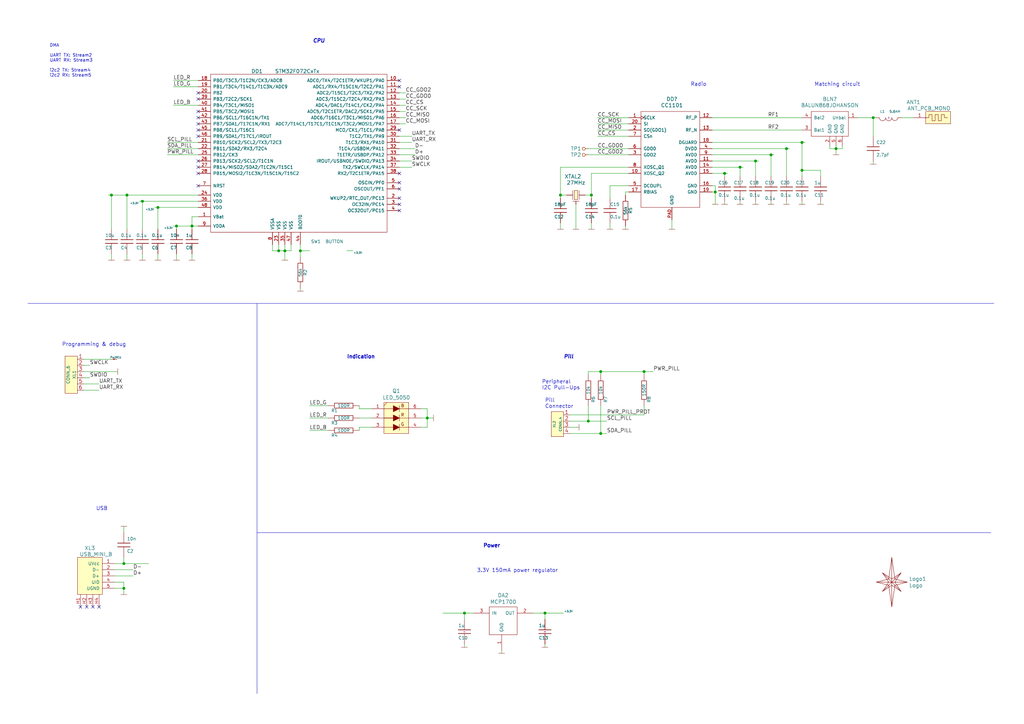
<source format=kicad_sch>
(kicad_sch (version 20200828) (generator eeschema)
  (page 1 1)
  (paper "A3")
  (title_block (date "23 nov 2014"))
  (lib_symbols
    (symbol "Antennas_kl:ANT_PCB_MONO" (pin_names (offset 1.016))
      (property "Reference" "ANT" (at -5.08 6.35 0))
      (property "Value" "ANT_PCB_MONO" (at 1.27 3.81 0))
      (symbol "ANT_PCB_MONO_0_1"
        (rectangle (start 0 2.54) (end 10.16 -2.54) (fill (type background)))
        (polyline (pts (xy 0 0) (xy 1.27 0) (xy 1.27 1.27) (xy 2.54 1.27) (xy 2.54 -1.27) (xy 3.81 -1.27) (xy 3.81 1.27) (xy 5.08 1.27) (xy 5.08 -1.27) (xy 6.35 -1.27) (xy 6.35 1.27) (xy 7.62 1.27) (xy 7.62 0) (xy 8.89 0) (xy 8.89 0)))
      )
      (symbol "ANT_PCB_MONO_1_1"
        (pin passive line (at -5.08 0 0) (length 5.08) (name "~") (number "1"))
      )
    )
    (symbol "Connectors_kl:CONN_4" (pin_names (offset 1.016) hide)
      (property "Reference" "XL" (at -1.27 0 90))
      (property "Value" "CONN_4" (at 1.27 0 90))
      (symbol "CONN_4_0_1"
        (rectangle (start 2.54 5.08) (end -2.54 -5.08) (fill (type background)))
      )
      (symbol "CONN_4_1_1"
        (pin passive line (at 5.08 3.81 180) (length 2.54) (name "P1") (number "1"))
        (pin passive line (at 5.08 1.27 180) (length 2.54) (name "PM") (number "2"))
        (pin passive line (at 5.08 -1.27 180) (length 2.54) (name "~") (number "3"))
        (pin passive line (at 5.08 -3.81 180) (length 2.54) (name "~") (number "4"))
      )
    )
    (symbol "Connectors_kl:CONN_6" (pin_names (offset 1.016))
      (property "Reference" "XL" (at -1.27 0 90))
      (property "Value" "CONN_6" (at 1.27 0 90))
      (symbol "CONN_6_0_1"
        (rectangle (start -2.54 7.62) (end 2.54 -7.62) (fill (type background)))
      )
      (symbol "CONN_6_1_1"
        (pin passive line (at -5.08 6.35 0) (length 2.54) (name "~") (number "1"))
        (pin passive line (at -5.08 3.81 0) (length 2.54) (name "~") (number "2"))
        (pin passive line (at -5.08 1.27 0) (length 2.54) (name "~") (number "3"))
        (pin passive line (at -5.08 -1.27 0) (length 2.54) (name "~") (number "4"))
        (pin passive line (at -5.08 -3.81 0) (length 2.54) (name "~") (number "5"))
        (pin passive line (at -5.08 -6.35 0) (length 2.54) (name "~") (number "6"))
      )
    )
    (symbol "Connectors_kl:USB_MINI_B" (pin_names (offset 1.016))
      (property "Reference" "XL" (at -5.08 11.43 0))
      (property "Value" "USB_MINI_B" (at -2.54 8.89 0))
      (symbol "USB_MINI_B_0_1"
        (rectangle (start 0 -7.62) (end -10.16 7.62) (fill (type background)))
      )
      (symbol "USB_MINI_B_1_1"
        (pin power_out line (at 5.08 5.08 180) (length 5.08) (name "UVcc") (number "1"))
        (pin passive line (at 5.08 2.54 180) (length 5.08) (name "D-") (number "2"))
        (pin passive line (at 5.08 0 180) (length 5.08) (name "D+") (number "3"))
        (pin passive line (at 5.08 -2.54 180) (length 5.08) (name "UID") (number "4"))
        (pin power_out line (at 5.08 -5.08 180) (length 5.08) (name "UGND") (number "5"))
        (pin passive line (at -8.89 -12.7 90) (length 5.08) (name "~") (number "H1"))
        (pin passive line (at -6.35 -12.7 90) (length 5.08) (name "~") (number "H2"))
        (pin passive line (at -3.81 -12.7 90) (length 5.08) (name "~") (number "H3"))
        (pin passive line (at -1.27 -12.7 90) (length 5.08) (name "~") (number "H4"))
      )
    )
    (symbol "Power_kl:MCP1700" (pin_names (offset 1.016))
      (property "Reference" "DA" (at 3.81 7.62 0))
      (property "Value" "MCP1700" (at -5.08 7.62 0))
      (symbol "MCP1700_0_1"
        (rectangle (start -5.08 6.35) (end 6.35 -5.08))
      )
      (symbol "MCP1700_1_1"
        (pin passive line (at 0 -11.43 90) (length 6.35) (name "GND") (number "1"))
        (pin power_out line (at 12.7 3.81 180) (length 6.35) (name "OUT") (number "2"))
        (pin power_in line (at -11.43 3.81 0) (length 6.35) (name "IN") (number "3"))
      )
    )
    (symbol "RF_ICs:BALUN868JOHANSON" (pin_names (offset 1.016))
      (property "Reference" "BLN" (at -8.89 8.89 0))
      (property "Value" "BALUN868JOHANSON" (at 0 6.35 0))
      (symbol "BALUN868JOHANSON_0_1"
        (rectangle (start -7.62 5.08) (end 7.62 -5.08))
      )
      (symbol "BALUN868JOHANSON_1_1"
        (pin passive line (at 11.43 2.54 180) (length 3.81) (name "Unbal") (number "1"))
        (pin passive line (at 0 -8.89 90) (length 3.81) (name "GND") (number "2"))
        (pin passive line (at -11.43 -2.54 0) (length 3.81) (name "Bal1") (number "3"))
        (pin passive line (at -11.43 2.54 0) (length 3.81) (name "Bal2") (number "4"))
        (pin passive line (at 2.54 -8.89 90) (length 3.81) (name "GND") (number "5"))
        (pin passive line (at 5.08 -8.89 90) (length 3.81) (name "GND") (number "6"))
      )
    )
    (symbol "RF_ICs:CC1101" (pin_names (offset 1.016))
      (property "Reference" "DD" (at -11.43 20.32 0))
      (property "Value" "CC1101" (at 7.62 20.32 0))
      (symbol "CC1101_0_1"
        (rectangle (start -13.97 19.05) (end 10.16 -20.32))
      )
      (symbol "CC1101_1_1"
        (pin passive clock (at -19.05 16.51 0) (length 5.08) (name "SCLK") (number "1"))
        (pin passive line (at -19.05 -6.35 0) (length 5.08) (name "XOSC_Q2") (number "10"))
        (pin power_in line (at 15.24 -1.27 180) (length 5.08) (name "AVDD") (number "11"))
        (pin output line (at 15.24 16.51 180) (length 5.08) (name "RF_P") (number "12"))
        (pin output line (at 15.24 11.43 180) (length 5.08) (name "RF_N") (number "13"))
        (pin power_in line (at 15.24 -3.81 180) (length 5.08) (name "AVDD") (number "14"))
        (pin power_in line (at 15.24 -6.35 180) (length 5.08) (name "AVDD") (number "15"))
        (pin power_in line (at 15.24 -11.43 180) (length 5.08) (name "GND") (number "16"))
        (pin passive line (at -19.05 -13.97 0) (length 5.08) (name "RBIAS") (number "17"))
        (pin passive line (at 15.24 6.35 180) (length 5.08) (name "DGUARD") (number "18"))
        (pin power_in line (at 15.24 -13.97 180) (length 5.08) (name "GND") (number "19"))
        (pin passive line (at -19.05 11.43 0) (length 5.08) (name "SO(GDO1)") (number "2"))
        (pin passive line (at -19.05 13.97 0) (length 5.08) (name "SI") (number "20"))
        (pin passive line (at -19.05 1.27 0) (length 5.08) (name "GDO2") (number "3"))
        (pin power_in line (at 15.24 3.81 180) (length 5.08) (name "DVDD") (number "4"))
        (pin passive line (at -19.05 -11.43 0) (length 5.08) (name "DCOUPL") (number "5"))
        (pin passive line (at -19.05 3.81 0) (length 5.08) (name "GDO0") (number "6"))
        (pin passive line (at -19.05 8.89 0) (length 5.08) (name "CSn") (number "7"))
        (pin passive line (at -19.05 -3.81 0) (length 5.08) (name "XOSC_Q1") (number "8"))
        (pin power_in line (at 15.24 1.27 180) (length 5.08) (name "AVDD") (number "9"))
        (pin power_in line (at -1.27 -25.4 90) (length 5.08) (name "GND") (number "PAD"))
      )
    )
    (symbol "Tittar_kl:C" (pin_numbers hide) (pin_names (offset 0.254))
      (property "Reference" "C" (at -2.54 -2.54 0))
      (property "Value" "C" (at -2.54 2.54 0))
      (symbol "C_0_1"
        (polyline (pts (xy -2.54 -0.762) (xy 2.54 -0.762)) (stroke (width 0.254)))
        (polyline (pts (xy -2.54 0.762) (xy 2.54 0.762)) (stroke (width 0.254)))
      )
      (symbol "C_1_1"
        (pin passive line (at 0 5.08 270) (length 4.318) (name "~") (number "1"))
        (pin passive line (at 0 -5.08 90) (length 4.318) (name "~") (number "2"))
      )
    )
    (symbol "Tittar_kl:CRYSTAL_H" (pin_numbers hide) (pin_names (offset 1.016) hide)
      (property "Reference" "XTAL" (at 0 6.985 0))
      (property "Value" "CRYSTAL_H" (at 0.635 5.08 0))
      (symbol "CRYSTAL_H_0_1"
        (rectangle (start -0.635 1.905) (end 0.635 -1.905) (fill (type background)))
        (polyline (pts (xy -1.27 1.905) (xy -1.27 -1.905)))
        (polyline (pts (xy 1.27 1.905) (xy 1.27 -1.905)))
        (polyline (pts (xy -1.27 -2.54) (xy 1.27 -2.54) (xy 1.27 -2.54)))
      )
      (symbol "CRYSTAL_H_1_1"
        (pin passive line (at -3.81 0 0) (length 2.54) (name "1") (number "1"))
        (pin passive line (at 3.81 0 180) (length 2.54) (name "2") (number "2"))
        (pin passive line (at 0 -3.81 90) (length 1.27) (name "H") (number "H"))
      )
    )
    (symbol "Tittar_kl:L" (pin_numbers hide) (pin_names (offset 1.016) hide)
      (property "Reference" "L" (at -2.54 -3.556 90))
      (property "Value" "L" (at -2.54 0 90))
      (symbol "L_0_1"
        (arc (start -0.0254 -1.2192) (end -0.0254 -3.7846) (radius (at 0 -2.5146) (length 1.2954) (angles -88.9 88.9)))
        (arc (start -0.0254 1.3208) (end -0.0254 -1.2446) (radius (at 0 0.0254) (length 1.2954) (angles -88.9 88.9)))
        (arc (start -0.0254 3.7084) (end -0.0254 1.2954) (radius (at 0 2.4892) (length 1.2192) (angles -88.9 88.9)))
      )
      (symbol "L_1_1"
        (pin passive line (at 0 5.08 270) (length 1.27) (name "1") (number "1"))
        (pin passive line (at 0 -5.08 90) (length 1.27) (name "2") (number "2"))
      )
    )
    (symbol "Tittar_kl:LED_5050" (pin_names (offset 1.016) hide)
      (property "Reference" "Q" (at -5.08 8.89 0))
      (property "Value" "LED_5050" (at 3.81 8.89 0))
      (symbol "LED_5050_0_0"
        (text "B" (at 2.54 5.08 0) (effects (font (size 1.27 1.27))))
        (text "G" (at 2.54 -2.54 0) (effects (font (size 1.27 1.27))))
        (text "R" (at 2.54 1.27 0) (effects (font (size 1.27 1.27))))
        (polyline (pts (xy -5.08 5.08) (xy -3.81 6.35)))
      )
      (symbol "LED_5050_0_1"
        (rectangle (start -5.08 6.35) (end 5.08 -6.35) (fill (type background)))
        (polyline (pts (xy -5.08 -3.81) (xy -1.27 -3.81) (xy -1.27 -3.81)))
        (polyline (pts (xy -5.08 0) (xy -2.54 0) (xy -2.54 0)))
        (polyline (pts (xy -5.08 0) (xy -1.27 0) (xy -1.27 0)))
        (polyline (pts (xy -5.08 3.81) (xy -1.27 3.81) (xy -1.27 3.81)))
        (polyline (pts (xy -2.54 0) (xy -1.27 0) (xy -1.27 0)))
        (polyline (pts (xy 1.27 -3.81) (xy 5.08 -3.81) (xy 5.08 -3.81)))
        (polyline (pts (xy 1.27 -2.54) (xy 1.27 -5.08) (xy 1.27 -5.08)))
        (polyline (pts (xy 1.27 0) (xy 5.08 0) (xy 5.08 0)))
        (polyline (pts (xy 1.27 1.27) (xy 1.27 -1.27) (xy 1.27 -1.27)))
        (polyline (pts (xy 1.27 3.81) (xy 5.08 3.81) (xy 5.08 3.81)))
        (polyline (pts (xy 1.27 5.08) (xy 1.27 2.54) (xy 1.27 2.54)))
        (polyline (pts (xy -1.27 -2.54) (xy -1.27 -5.08) (xy 1.27 -3.81) (xy -1.27 -2.54) (xy -1.27 -2.54)) (fill (type outline)))
        (polyline (pts (xy -1.27 1.27) (xy -1.27 -1.27) (xy 1.27 0) (xy -1.27 1.27) (xy -1.27 1.27)) (fill (type outline)))
        (polyline (pts (xy -1.27 5.08) (xy -1.27 2.54) (xy 1.27 3.81) (xy -1.27 5.08) (xy -1.27 5.08)) (fill (type outline)))
      )
      (symbol "LED_5050_1_1"
        (pin passive line (at -10.16 3.81 0) (length 5.08) (name "~") (number "1"))
        (pin passive line (at -10.16 0 0) (length 5.08) (name "~") (number "2"))
        (pin passive line (at -10.16 -3.81 0) (length 5.08) (name "~") (number "3"))
        (pin passive line (at 10.16 -3.81 180) (length 5.08) (name "B") (number "4"))
        (pin passive line (at 10.16 0 180) (length 5.08) (name "G") (number "5"))
        (pin passive line (at 10.16 3.81 180) (length 5.08) (name "~") (number "6"))
      )
    )
    (symbol "Tittar_kl:R" (pin_numbers hide) (pin_names (offset 0))
      (property "Reference" "R" (at 2.032 -3.81 90))
      (property "Value" "R" (at 0 0 90))
      (symbol "R_0_1"
        (rectangle (start -1.016 3.81) (end 1.016 -3.81) (stroke (width 0.2032)))
      )
      (symbol "R_1_1"
        (pin passive line (at 0 6.35 270) (length 2.54) (name "~") (number "1"))
        (pin passive line (at 0 -6.35 90) (length 2.54) (name "~") (number "2"))
      )
    )
    (symbol "pcb_details:Logo" (pin_names (offset 1.016))
      (property "Reference" "Logo" (at -2.54 11.43 0))
      (property "Value" "Logo" (at 5.08 11.43 0))
      (symbol "Logo_0_1"
        (polyline (pts (xy -6.35 0) (xy 6.35 0)))
        (polyline (pts (xy -3.81 3.81) (xy 3.81 -3.81)))
        (polyline (pts (xy 0 10.16) (xy 0 -10.16)))
        (polyline (pts (xy 3.81 3.81) (xy -3.81 -3.81)))
        (polyline (pts (xy -1.27 1.27) (xy 0 10.16) (xy 1.27 1.27) (xy 6.35 0) (xy 1.27 -1.27) (xy 0 -10.16) (xy -1.27 -1.27) (xy -6.35 0) (xy -1.27 1.27)))
        (polyline (pts (xy 0 1.27) (xy 3.81 3.81) (xy 1.27 0) (xy 3.81 -3.81) (xy 0 -1.27) (xy -3.81 -3.81) (xy -1.27 0) (xy -3.81 3.81) (xy 0 1.27)))
      )
    )
    (symbol "pcb_details:TESTPOINT" (pin_numbers hide) (pin_names (offset 1.016))
      (property "Reference" "TP" (at -5.715 0 0))
      (symbol "TESTPOINT_0_1"
        (circle (center -1.905 0) (radius 0.635) (fill (type background)))
      )
      (symbol "TESTPOINT_1_1"
        (pin passive line (at 0 0 180) (length 1.27) (name "~") (number "1"))
      )
    )
    (symbol "power:GND" (power) (pin_names (offset 0.254))
      (symbol "GND_0_1"
        (polyline (pts (xy -1.27 0) (xy 1.27 0)) (stroke (width 0.127)))
      )
      (symbol "GND_1_1"
        (pin power_in line (at 0 0 270) (length 0) hide (name "GND") (number "1"))
      )
    )
    (symbol "power:PwrMCU" (power) (pin_names (offset 0))
      (property "Value" "PwrMCU" (at 1.778 0.762 0))
      (symbol "PwrMCU_0_1"
        (polyline (pts (xy 0 0) (xy 1.27 0) (xy 1.27 0)))
        (polyline (pts (xy 1.27 0) (xy 0.762 0.254) (xy 2.286 0) (xy 0.762 -0.254) (xy 1.27 0)) (stroke (width 0.1016)) (fill (type background)))
      )
      (symbol "PwrMCU_0_0"
        (pin power_in line (at 0 0 90) (length 0) hide (name "PwrMCU") (number "1"))
      )
    )
    (symbol "st_kl:STM32F072CxTx" (pin_names (offset 1.016))
      (property "Reference" "DD" (at -12.7 34.29 0))
      (property "Value" "STM32F072CxTx" (at 3.81 34.29 0))
      (symbol "STM32F072CxTx_0_1"
        (rectangle (start -31.75 33.02) (end 40.64 -31.75))
      )
      (symbol "STM32F072CxTx_1_1"
        (pin power_in line (at -36.83 -25.4 0) (length 5.08) (name "VBat") (number "1"))
        (pin passive line (at 45.72 30.48 180) (length 5.08) (name "ADC0/TX4/T2C1ETR/WKUP1/PA0") (number "10"))
        (pin passive line (at 45.72 27.94 180) (length 5.08) (name "ADC1/RX4/T15C1N/T2C2/PA1") (number "11"))
        (pin passive line (at 45.72 25.4 180) (length 5.08) (name "ADC2/T15C1/T2C3/TX2/PA2") (number "12"))
        (pin passive line (at 45.72 22.86 180) (length 5.08) (name "ADC3/T15C2/T2C4/RX2/PA3") (number "13"))
        (pin passive line (at 45.72 20.32 180) (length 5.08) (name "ADC4/DAC1/T14C1/CK2/PA4") (number "14"))
        (pin passive line (at 45.72 17.78 180) (length 5.08) (name "ADC5/T2C1ETR/DAC2/SCK1/PA5") (number "15"))
        (pin passive line (at 45.72 15.24 180) (length 5.08) (name "ADC6/T16C1/T3C1/MISO1/PA6") (number "16"))
        (pin passive line (at 45.72 12.7 180) (length 5.08) (name "ADC7/T14C1/T17C1/T1C1N/T3C2/MOSI1/PA7") (number "17"))
        (pin passive line (at -36.83 30.48 0) (length 5.08) (name "PB0/T3C3/T1C2N/CK3/ADC8") (number "18"))
        (pin passive line (at -36.83 27.94 0) (length 5.08) (name "PB1/T3C4/T14C1/T1C3N/ADC9") (number "19"))
        (pin passive line (at 45.72 -17.78 180) (length 5.08) (name "WKUP2/RTC_OUT/PC13") (number "2"))
        (pin passive line (at -36.83 25.4 0) (length 5.08) (name "PB2") (number "20"))
        (pin passive line (at -36.83 5.08 0) (length 5.08) (name "PB10/SCK2/SCL2/TX3/T2C3") (number "21"))
        (pin passive line (at -36.83 2.54 0) (length 5.08) (name "PB11/SDA2/RX3/T2C4") (number "22"))
        (pin power_in line (at -3.81 -36.83 90) (length 5.08) (name "VSS") (number "23"))
        (pin power_in line (at -36.83 -16.51 0) (length 5.08) (name "VDD") (number "24"))
        (pin passive line (at -36.83 0 0) (length 5.08) (name "PB12/CK3") (number "25"))
        (pin passive line (at -36.83 -2.54 0) (length 5.08) (name "PB13/SCK2/SCL2/T1C1N") (number "26"))
        (pin passive line (at -36.83 -5.08 0) (length 5.08) (name "PB14/MISO2/SDA2/T1C2N/T15C1") (number "27"))
        (pin passive line (at -36.83 -7.62 0) (length 5.08) (name "PB15/MOSI2/T1C3N/T15C1N/T15C2") (number "28"))
        (pin passive line (at 45.72 10.16 180) (length 5.08) (name "MCO/CK1/T1C1/PA8") (number "29"))
        (pin passive line (at 45.72 -20.32 180) (length 5.08) (name "OC32IN/PC14") (number "3"))
        (pin passive line (at 45.72 7.62 180) (length 5.08) (name "T1C2/TX1/PA9") (number "30"))
        (pin passive line (at 45.72 5.08 180) (length 5.08) (name "T1C3/RX1/PA10") (number "31"))
        (pin passive line (at 45.72 2.54 180) (length 5.08) (name "T1C4/USBDM/PA11") (number "32"))
        (pin passive line (at 45.72 0 180) (length 5.08) (name "T1ETR/USBDP/PA12") (number "33"))
        (pin passive line (at 45.72 -2.54 180) (length 5.08) (name "IROUT/USBNOE/SWDIO/PA13") (number "34"))
        (pin power_in line (at -1.27 -36.83 90) (length 5.08) (name "VSS") (number "35"))
        (pin power_in line (at -36.83 -19.05 0) (length 5.08) (name "VDD") (number "36"))
        (pin passive line (at 45.72 -5.08 180) (length 5.08) (name "TX2/SWCLK/PA14") (number "37"))
        (pin passive line (at 45.72 -7.62 180) (length 5.08) (name "RX2/T2C1ETR/PA15") (number "38"))
        (pin passive line (at -36.83 22.86 0) (length 5.08) (name "PB3/T2C2/SCK1") (number "39"))
        (pin passive line (at 45.72 -22.86 180) (length 5.08) (name "OC32OUT/PC15") (number "4"))
        (pin passive line (at -36.83 20.32 0) (length 5.08) (name "PB4/T3C1/MISO1") (number "40"))
        (pin passive line (at -36.83 17.78 0) (length 5.08) (name "PB5/T3C2/MOSI1") (number "41"))
        (pin passive line (at -36.83 15.24 0) (length 5.08) (name "PB6/SCL1/T16C1N/TX1") (number "42"))
        (pin passive line (at -36.83 12.7 0) (length 5.08) (name "PB7/SDA1/T17C1N/RX1") (number "43"))
        (pin passive line (at 5.08 -36.83 90) (length 5.08) (name "BOOT0") (number "44"))
        (pin passive line (at -36.83 10.16 0) (length 5.08) (name "PB8/SCL1/T16C1") (number "45"))
        (pin passive line (at -36.83 7.62 0) (length 5.08) (name "PB9/SDA1/T17C1/IROUT") (number "46"))
        (pin power_in line (at 1.27 -36.83 90) (length 5.08) (name "VSS") (number "47"))
        (pin power_in line (at -36.83 -21.59 0) (length 5.08) (name "VDD") (number "48"))
        (pin passive line (at 45.72 -11.43 180) (length 5.08) (name "OSCIN/PF0") (number "5"))
        (pin passive line (at 45.72 -13.97 180) (length 5.08) (name "OSCOUT/PF1") (number "6"))
        (pin passive line (at -36.83 -12.7 0) (length 5.08) (name "NRST") (number "7"))
        (pin power_in line (at -6.35 -36.83 90) (length 5.08) (name "VSSA") (number "8"))
        (pin power_in line (at -36.83 -29.21 0) (length 5.08) (name "VDDA") (number "9"))
      )
    )
  )
  (junction (at 45.72 80.01) (diameter 1.016))
  (junction (at 50.8 231.14) (diameter 1.016))
  (junction (at 50.8 241.3) (diameter 1.016))
  (junction (at 52.07 80.01) (diameter 1.016))
  (junction (at 58.42 82.55) (diameter 1.016))
  (junction (at 64.77 85.09) (diameter 1.016))
  (junction (at 72.39 92.71) (diameter 1.016))
  (junction (at 78.74 92.71) (diameter 1.016))
  (junction (at 114.3 102.87) (diameter 1.016))
  (junction (at 116.84 102.87) (diameter 1.016))
  (junction (at 123.19 102.87) (diameter 1.016))
  (junction (at 175.26 171.45) (diameter 1.016))
  (junction (at 190.5 251.46) (diameter 1.016))
  (junction (at 223.52 251.46) (diameter 1.016))
  (junction (at 229.87 80.01) (diameter 1.016))
  (junction (at 241.3 172.72) (diameter 1.016))
  (junction (at 242.57 80.01) (diameter 1.016))
  (junction (at 246.38 152.4) (diameter 1.016))
  (junction (at 246.38 177.8) (diameter 1.016))
  (junction (at 264.16 152.4) (diameter 1.016))
  (junction (at 293.37 78.74) (diameter 1.016))
  (junction (at 297.18 71.12) (diameter 1.016))
  (junction (at 303.53 68.58) (diameter 1.016))
  (junction (at 309.88 66.04) (diameter 1.016))
  (junction (at 316.23 63.5) (diameter 1.016))
  (junction (at 322.58 60.96) (diameter 1.016))
  (junction (at 328.93 58.42) (diameter 1.016))
  (junction (at 328.93 69.85) (diameter 1.016))
  (junction (at 342.9 60.96) (diameter 1.016))
  (junction (at 358.14 48.26) (diameter 1.016))
  (no_connect (at 163.83 74.93))
  (no_connect (at 81.28 71.12))
  (no_connect (at 81.28 45.72))
  (no_connect (at 33.02 248.92))
  (no_connect (at 163.83 81.28))
  (no_connect (at 81.28 53.34))
  (no_connect (at 81.28 38.1))
  (no_connect (at 163.83 71.12))
  (no_connect (at 38.1 248.92))
  (no_connect (at 40.64 248.92))
  (no_connect (at 81.28 68.58))
  (no_connect (at 163.83 77.47))
  (no_connect (at 81.28 48.26))
  (no_connect (at 81.28 40.64))
  (no_connect (at 163.83 35.56))
  (no_connect (at 163.83 83.82))
  (no_connect (at 81.28 50.8))
  (no_connect (at 81.28 66.04))
  (no_connect (at 163.83 53.34))
  (no_connect (at 163.83 33.02))
  (no_connect (at 35.56 248.92))
  (no_connect (at 163.83 86.36))
  (no_connect (at 81.28 55.88))
  (no_connect (at 81.28 76.2))
  (wire (pts (xy 34.29 147.32) (xy 45.72 147.32)))
  (wire (pts (xy 34.29 152.4) (xy 48.26 152.4)))
  (wire (pts (xy 34.29 154.94) (xy 36.83 154.94)))
  (wire (pts (xy 34.29 160.02) (xy 40.64 160.02)))
  (wire (pts (xy 36.83 149.86) (xy 34.29 149.86)))
  (wire (pts (xy 40.64 157.48) (xy 34.29 157.48)))
  (wire (pts (xy 45.72 80.01) (xy 44.45 80.01)))
  (wire (pts (xy 45.72 93.98) (xy 45.72 80.01)))
  (wire (pts (xy 45.72 104.14) (xy 45.72 106.68)))
  (wire (pts (xy 46.99 233.68) (xy 54.61 233.68)))
  (wire (pts (xy 46.99 236.22) (xy 54.61 236.22)))
  (wire (pts (xy 46.99 238.76) (xy 50.8 238.76)))
  (wire (pts (xy 50.8 218.44) (xy 50.8 215.9)))
  (wire (pts (xy 50.8 228.6) (xy 50.8 231.14)))
  (wire (pts (xy 50.8 231.14) (xy 46.99 231.14)))
  (wire (pts (xy 50.8 238.76) (xy 50.8 241.3)))
  (wire (pts (xy 50.8 241.3) (xy 46.99 241.3)))
  (wire (pts (xy 50.8 241.3) (xy 50.8 243.84)))
  (wire (pts (xy 52.07 80.01) (xy 45.72 80.01)))
  (wire (pts (xy 52.07 93.98) (xy 52.07 80.01)))
  (wire (pts (xy 52.07 104.14) (xy 52.07 106.68)))
  (wire (pts (xy 57.15 82.55) (xy 58.42 82.55)))
  (wire (pts (xy 58.42 82.55) (xy 81.28 82.55)))
  (wire (pts (xy 58.42 93.98) (xy 58.42 82.55)))
  (wire (pts (xy 58.42 104.14) (xy 58.42 106.68)))
  (wire (pts (xy 60.96 231.14) (xy 50.8 231.14)))
  (wire (pts (xy 64.77 85.09) (xy 63.5 85.09)))
  (wire (pts (xy 64.77 93.98) (xy 64.77 85.09)))
  (wire (pts (xy 64.77 104.14) (xy 64.77 106.68)))
  (wire (pts (xy 68.58 58.42) (xy 81.28 58.42)))
  (wire (pts (xy 68.58 63.5) (xy 81.28 63.5)))
  (wire (pts (xy 71.12 35.56) (xy 81.28 35.56)))
  (wire (pts (xy 72.39 92.71) (xy 71.12 92.71)))
  (wire (pts (xy 72.39 93.98) (xy 72.39 92.71)))
  (wire (pts (xy 72.39 104.14) (xy 72.39 106.68)))
  (wire (pts (xy 78.74 88.9) (xy 78.74 92.71)))
  (wire (pts (xy 78.74 92.71) (xy 72.39 92.71)))
  (wire (pts (xy 78.74 92.71) (xy 78.74 93.98)))
  (wire (pts (xy 78.74 104.14) (xy 78.74 106.68)))
  (wire (pts (xy 81.28 33.02) (xy 71.12 33.02)))
  (wire (pts (xy 81.28 43.18) (xy 71.12 43.18)))
  (wire (pts (xy 81.28 60.96) (xy 68.58 60.96)))
  (wire (pts (xy 81.28 80.01) (xy 52.07 80.01)))
  (wire (pts (xy 81.28 85.09) (xy 64.77 85.09)))
  (wire (pts (xy 81.28 88.9) (xy 78.74 88.9)))
  (wire (pts (xy 81.28 92.71) (xy 78.74 92.71)))
  (wire (pts (xy 111.76 100.33) (xy 111.76 102.87)))
  (wire (pts (xy 111.76 102.87) (xy 114.3 102.87)))
  (wire (pts (xy 114.3 100.33) (xy 114.3 102.87)))
  (wire (pts (xy 114.3 102.87) (xy 116.84 102.87)))
  (wire (pts (xy 116.84 102.87) (xy 116.84 100.33)))
  (wire (pts (xy 116.84 102.87) (xy 119.38 102.87)))
  (wire (pts (xy 116.84 106.68) (xy 116.84 102.87)))
  (wire (pts (xy 119.38 102.87) (xy 119.38 100.33)))
  (wire (pts (xy 123.19 100.33) (xy 123.19 102.87)))
  (wire (pts (xy 123.19 102.87) (xy 123.19 105.41)))
  (wire (pts (xy 123.19 118.11) (xy 123.19 119.38)))
  (wire (pts (xy 127 102.87) (xy 123.19 102.87)))
  (wire (pts (xy 134.62 166.37) (xy 127 166.37)))
  (wire (pts (xy 134.62 171.45) (xy 127 171.45)))
  (wire (pts (xy 134.62 176.53) (xy 127 176.53)))
  (wire (pts (xy 144.78 102.87) (xy 142.24 102.87)))
  (wire (pts (xy 147.32 166.37) (xy 147.32 167.64)))
  (wire (pts (xy 147.32 167.64) (xy 152.4 167.64)))
  (wire (pts (xy 147.32 171.45) (xy 152.4 171.45)))
  (wire (pts (xy 147.32 175.26) (xy 152.4 175.26)))
  (wire (pts (xy 147.32 176.53) (xy 147.32 175.26)))
  (wire (pts (xy 163.83 38.1) (xy 166.37 38.1)))
  (wire (pts (xy 163.83 43.18) (xy 166.37 43.18)))
  (wire (pts (xy 163.83 48.26) (xy 166.37 48.26)))
  (wire (pts (xy 163.83 55.88) (xy 168.91 55.88)))
  (wire (pts (xy 163.83 60.96) (xy 170.18 60.96)))
  (wire (pts (xy 163.83 63.5) (xy 170.18 63.5)))
  (wire (pts (xy 163.83 66.04) (xy 168.91 66.04)))
  (wire (pts (xy 163.83 68.58) (xy 168.91 68.58)))
  (wire (pts (xy 166.37 40.64) (xy 163.83 40.64)))
  (wire (pts (xy 166.37 45.72) (xy 163.83 45.72)))
  (wire (pts (xy 166.37 50.8) (xy 163.83 50.8)))
  (wire (pts (xy 168.91 58.42) (xy 163.83 58.42)))
  (wire (pts (xy 172.72 167.64) (xy 175.26 167.64)))
  (wire (pts (xy 172.72 171.45) (xy 175.26 171.45)))
  (wire (pts (xy 175.26 167.64) (xy 175.26 171.45)))
  (wire (pts (xy 175.26 171.45) (xy 175.26 175.26)))
  (wire (pts (xy 175.26 171.45) (xy 177.8 171.45)))
  (wire (pts (xy 175.26 175.26) (xy 172.72 175.26)))
  (wire (pts (xy 181.61 251.46) (xy 190.5 251.46)))
  (wire (pts (xy 190.5 254) (xy 190.5 251.46)))
  (wire (pts (xy 190.5 264.16) (xy 190.5 265.43)))
  (wire (pts (xy 194.31 251.46) (xy 190.5 251.46)))
  (wire (pts (xy 205.74 266.7) (xy 205.74 267.97)))
  (wire (pts (xy 218.44 251.46) (xy 223.52 251.46)))
  (wire (pts (xy 223.52 251.46) (xy 231.14 251.46)))
  (wire (pts (xy 223.52 254) (xy 223.52 251.46)))
  (wire (pts (xy 223.52 264.16) (xy 223.52 265.43)))
  (wire (pts (xy 229.87 68.58) (xy 229.87 80.01)))
  (wire (pts (xy 229.87 80.01) (xy 229.87 81.28)))
  (wire (pts (xy 229.87 91.44) (xy 229.87 93.98)))
  (wire (pts (xy 232.41 80.01) (xy 229.87 80.01)))
  (wire (pts (xy 233.68 170.18) (xy 264.16 170.18)))
  (wire (pts (xy 236.22 83.82) (xy 236.22 93.98)))
  (wire (pts (xy 237.49 175.26) (xy 233.68 175.26)))
  (wire (pts (xy 240.03 80.01) (xy 242.57 80.01)))
  (wire (pts (xy 241.3 63.5) (xy 257.81 63.5)))
  (wire (pts (xy 241.3 152.4) (xy 246.38 152.4)))
  (wire (pts (xy 241.3 153.67) (xy 241.3 152.4)))
  (wire (pts (xy 241.3 172.72) (xy 233.68 172.72)))
  (wire (pts (xy 241.3 172.72) (xy 241.3 166.37)))
  (wire (pts (xy 242.57 71.12) (xy 257.81 71.12)))
  (wire (pts (xy 242.57 80.01) (xy 242.57 71.12)))
  (wire (pts (xy 242.57 81.28) (xy 242.57 80.01)))
  (wire (pts (xy 242.57 91.44) (xy 242.57 93.98)))
  (wire (pts (xy 245.11 48.26) (xy 257.81 48.26)))
  (wire (pts (xy 245.11 53.34) (xy 257.81 53.34)))
  (wire (pts (xy 246.38 152.4) (xy 264.16 152.4)))
  (wire (pts (xy 246.38 153.67) (xy 246.38 152.4)))
  (wire (pts (xy 246.38 177.8) (xy 233.68 177.8)))
  (wire (pts (xy 246.38 177.8) (xy 246.38 166.37)))
  (wire (pts (xy 248.92 172.72) (xy 241.3 172.72)))
  (wire (pts (xy 248.92 177.8) (xy 246.38 177.8)))
  (wire (pts (xy 250.19 76.2) (xy 250.19 81.28)))
  (wire (pts (xy 250.19 91.44) (xy 250.19 93.98)))
  (wire (pts (xy 256.54 78.74) (xy 257.81 78.74)))
  (wire (pts (xy 256.54 80.01) (xy 256.54 78.74)))
  (wire (pts (xy 256.54 92.71) (xy 256.54 93.98)))
  (wire (pts (xy 257.81 50.8) (xy 245.11 50.8)))
  (wire (pts (xy 257.81 55.88) (xy 245.11 55.88)))
  (wire (pts (xy 257.81 60.96) (xy 241.3 60.96)))
  (wire (pts (xy 257.81 68.58) (xy 229.87 68.58)))
  (wire (pts (xy 257.81 76.2) (xy 250.19 76.2)))
  (wire (pts (xy 264.16 152.4) (xy 267.97 152.4)))
  (wire (pts (xy 264.16 153.67) (xy 264.16 152.4)))
  (wire (pts (xy 264.16 170.18) (xy 264.16 166.37)))
  (wire (pts (xy 275.59 90.17) (xy 275.59 93.98)))
  (wire (pts (xy 292.1 53.34) (xy 328.93 53.34)))
  (wire (pts (xy 292.1 60.96) (xy 322.58 60.96)))
  (wire (pts (xy 292.1 63.5) (xy 316.23 63.5)))
  (wire (pts (xy 292.1 78.74) (xy 293.37 78.74)))
  (wire (pts (xy 293.37 76.2) (xy 292.1 76.2)))
  (wire (pts (xy 293.37 78.74) (xy 293.37 76.2)))
  (wire (pts (xy 293.37 83.82) (xy 293.37 78.74)))
  (wire (pts (xy 297.18 71.12) (xy 292.1 71.12)))
  (wire (pts (xy 297.18 72.39) (xy 297.18 71.12)))
  (wire (pts (xy 297.18 82.55) (xy 297.18 83.82)))
  (wire (pts (xy 298.45 71.12) (xy 297.18 71.12)))
  (wire (pts (xy 303.53 68.58) (xy 292.1 68.58)))
  (wire (pts (xy 303.53 72.39) (xy 303.53 68.58)))
  (wire (pts (xy 303.53 82.55) (xy 303.53 83.82)))
  (wire (pts (xy 304.8 68.58) (xy 303.53 68.58)))
  (wire (pts (xy 309.88 66.04) (xy 292.1 66.04)))
  (wire (pts (xy 309.88 72.39) (xy 309.88 66.04)))
  (wire (pts (xy 309.88 82.55) (xy 309.88 83.82)))
  (wire (pts (xy 311.15 66.04) (xy 309.88 66.04)))
  (wire (pts (xy 316.23 63.5) (xy 316.23 72.39)))
  (wire (pts (xy 316.23 63.5) (xy 317.5 63.5)))
  (wire (pts (xy 316.23 82.55) (xy 316.23 83.82)))
  (wire (pts (xy 322.58 60.96) (xy 322.58 72.39)))
  (wire (pts (xy 322.58 60.96) (xy 323.85 60.96)))
  (wire (pts (xy 322.58 82.55) (xy 322.58 83.82)))
  (wire (pts (xy 328.93 48.26) (xy 292.1 48.26)))
  (wire (pts (xy 328.93 58.42) (xy 292.1 58.42)))
  (wire (pts (xy 328.93 58.42) (xy 328.93 69.85)))
  (wire (pts (xy 328.93 69.85) (xy 328.93 72.39)))
  (wire (pts (xy 328.93 82.55) (xy 328.93 83.82)))
  (wire (pts (xy 330.2 58.42) (xy 328.93 58.42)))
  (wire (pts (xy 336.55 69.85) (xy 328.93 69.85)))
  (wire (pts (xy 336.55 72.39) (xy 336.55 69.85)))
  (wire (pts (xy 336.55 82.55) (xy 336.55 83.82)))
  (wire (pts (xy 340.36 59.69) (xy 340.36 60.96)))
  (wire (pts (xy 340.36 60.96) (xy 342.9 60.96)))
  (wire (pts (xy 342.9 60.96) (xy 342.9 59.69)))
  (wire (pts (xy 342.9 60.96) (xy 345.44 60.96)))
  (wire (pts (xy 342.9 63.5) (xy 342.9 60.96)))
  (wire (pts (xy 345.44 60.96) (xy 345.44 59.69)))
  (wire (pts (xy 351.79 48.26) (xy 358.14 48.26)))
  (wire (pts (xy 358.14 48.26) (xy 358.14 55.88)))
  (wire (pts (xy 358.14 48.26) (xy 359.41 48.26)))
  (wire (pts (xy 358.14 66.04) (xy 358.14 67.31)))
  (wire (pts (xy 369.57 48.26) (xy 374.65 48.26)))
  (polyline (pts (xy 11.43 124.46) (xy 407.67 124.46)) (stroke (width 0) (type solid)))
  (polyline (pts (xy 105.41 124.46) (xy 105.41 284.48)) (stroke (width 0) (type solid)))
  (polyline (pts (xy 105.41 218.44) (xy 406.4 218.44)) (stroke (width 0) (type solid)))
  (text "DMA\n\nUART TX: Stream2\nUART RX: Stream3\n\ni2c2 TX: Stream4\ni2c2 RX: Stream5" (at 20.32 31.75 0) (effects (font (size 1.27 1.27)) (justify left bottom)))
  (text "Programming & debug" (at 25.4 142.24 0) (effects (font (size 1.524 1.524)) (justify left bottom)))
  (text "USB" (at 39.37 209.55 0) (effects (font (size 1.524 1.524)) (justify left bottom)))
  (text "CPU" (at 128.27 17.78 0) (effects (font (size 1.524 1.524) (thickness 0.3048) bold italic) (justify left bottom)))
  (text "Indication" (at 142.24 147.32 0) (effects (font (size 1.524 1.524) (thickness 0.3048) bold) (justify left bottom)))
  (text "3.3V 150mA power regulator" (at 195.58 234.95 0) (effects (font (size 1.524 1.524)) (justify left bottom)))
  (text "Power" (at 198.12 224.79 0) (effects (font (size 1.524 1.524) (thickness 0.3048) bold) (justify left bottom)))
  (text "Peripheral\nI2C Pull-Ups" (at 222.25 160.02 0) (effects (font (size 1.524 1.524)) (justify left bottom)))
  (text "Pill \nConnector" (at 223.52 167.64 0) (effects (font (size 1.524 1.524)) (justify left bottom)))
  (text "Pill" (at 231.14 147.32 0) (effects (font (size 1.524 1.524) (thickness 0.3048) bold italic) (justify left bottom)))
  (text "Radio" (at 283.21 35.56 0) (effects (font (size 1.524 1.524)) (justify left bottom)))
  (text "Matching circuit" (at 334.01 35.56 0) (effects (font (size 1.524 1.524)) (justify left bottom)))
  (label "SWCLK" (at 36.83 149.86 0) (effects (font (size 1.524 1.524))))
  (label "SWDIO" (at 36.83 154.94 0) (effects (font (size 1.524 1.524))))
  (label "UART_TX" (at 40.64 157.48 0) (effects (font (size 1.524 1.524))))
  (label "UART_RX" (at 40.64 160.02 0) (effects (font (size 1.524 1.524))))
  (label "D-" (at 54.61 233.68 0) (effects (font (size 1.524 1.524))))
  (label "D+" (at 54.61 236.22 0) (effects (font (size 1.524 1.524))))
  (label "SCL_PILL" (at 68.58 58.42 0) (effects (font (size 1.524 1.524))))
  (label "SDA_PILL" (at 68.58 60.96 0) (effects (font (size 1.524 1.524))))
  (label "PWR_PILL" (at 68.58 63.5 0) (effects (font (size 1.524 1.524))))
  (label "LED_R" (at 71.12 33.02 0) (effects (font (size 1.524 1.524))))
  (label "LED_G" (at 71.12 35.56 0) (effects (font (size 1.524 1.524))))
  (label "LED_B" (at 71.12 43.18 0) (effects (font (size 1.524 1.524))))
  (label "LED_G" (at 127 166.37 0) (effects (font (size 1.524 1.524))))
  (label "LED_R" (at 127 171.45 0) (effects (font (size 1.524 1.524))))
  (label "LED_B" (at 127 176.53 0) (effects (font (size 1.524 1.524))))
  (label "CC_GDO2" (at 166.37 38.1 0) (effects (font (size 1.524 1.524))))
  (label "CC_GDO0" (at 166.37 40.64 0) (effects (font (size 1.524 1.524))))
  (label "CC_CS" (at 166.37 43.18 0) (effects (font (size 1.524 1.524))))
  (label "CC_SCK" (at 166.37 45.72 0) (effects (font (size 1.524 1.524))))
  (label "CC_MISO" (at 166.37 48.26 0) (effects (font (size 1.524 1.524))))
  (label "CC_MOSI" (at 166.37 50.8 0) (effects (font (size 1.524 1.524))))
  (label "UART_TX" (at 168.91 55.88 0) (effects (font (size 1.524 1.524))))
  (label "UART_RX" (at 168.91 58.42 0) (effects (font (size 1.524 1.524))))
  (label "SWDIO" (at 168.91 66.04 0) (effects (font (size 1.524 1.524))))
  (label "SWCLK" (at 168.91 68.58 0) (effects (font (size 1.524 1.524))))
  (label "D-" (at 170.18 60.96 0) (effects (font (size 1.524 1.524))))
  (label "D+" (at 170.18 63.5 0) (effects (font (size 1.524 1.524))))
  (label "CC_SCK" (at 245.11 48.26 0) (effects (font (size 1.524 1.524))))
  (label "CC_MOSI" (at 245.11 50.8 0) (effects (font (size 1.524 1.524))))
  (label "CC_MISO" (at 245.11 53.34 0) (effects (font (size 1.524 1.524))))
  (label "CC_CS" (at 245.11 55.88 0) (effects (font (size 1.524 1.524))))
  (label "CC_GDO0" (at 245.11 60.96 0) (effects (font (size 1.524 1.524))))
  (label "CC_GDO2" (at 245.11 63.5 0) (effects (font (size 1.524 1.524))))
  (label "PWR_PILL_PROT" (at 248.92 170.18 0) (effects (font (size 1.524 1.524))))
  (label "SCL_PILL" (at 248.92 172.72 0) (effects (font (size 1.524 1.524))))
  (label "SDA_PILL" (at 248.92 177.8 0) (effects (font (size 1.524 1.524))))
  (label "PWR_PILL" (at 267.97 152.4 0) (effects (font (size 1.524 1.524))))
  (label "RF1" (at 314.96 48.26 0) (effects (font (size 1.524 1.524))))
  (label "RF2" (at 314.96 53.34 0) (effects (font (size 1.524 1.524))))
  (symbol (lib_id "power:GND") (at 45.72 106.68 0) (unit 1)
    (property "Reference" "#PWR012" (effects hide))
    (property "Value" "GND" (effects hide))
  )
  (symbol (lib_id "power:GND") (at 48.26 152.4 270) (unit 1)
    (property "Reference" "#PWR03" (effects hide))
    (property "Value" "GND" (effects hide))
  )
  (symbol (lib_id "power:GND") (at 50.8 215.9 0) (unit 1)
    (property "Reference" "#PWR046" (effects hide))
    (property "Value" "GND" (effects hide))
  )
  (symbol (lib_id "power:GND") (at 50.8 243.84 0) (unit 1)
    (property "Reference" "#PWR047" (effects hide))
    (property "Value" "GND" (effects hide))
  )
  (symbol (lib_id "power:GND") (at 52.07 106.68 0) (unit 1)
    (property "Reference" "#PWR07" (effects hide))
    (property "Value" "GND" (effects hide))
  )
  (symbol (lib_id "power:GND") (at 58.42 106.68 0) (unit 1)
    (property "Reference" "#PWR034" (effects hide))
    (property "Value" "GND" (effects hide))
  )
  (symbol (lib_id "power:GND") (at 64.77 106.68 0) (unit 1)
    (property "Reference" "#PWR06" (effects hide))
    (property "Value" "GND" (effects hide))
  )
  (symbol (lib_id "power:GND") (at 72.39 106.68 0) (unit 1)
    (property "Reference" "#PWR05" (effects hide))
    (property "Value" "GND" (effects hide))
  )
  (symbol (lib_id "power:GND") (at 78.74 106.68 0) (unit 1)
    (property "Reference" "#PWR01" (effects hide))
    (property "Value" "GND" (effects hide))
  )
  (symbol (lib_id "power:GND") (at 116.84 106.68 0) (unit 1)
    (property "Reference" "#PWR04" (effects hide))
    (property "Value" "GND" (effects hide))
  )
  (symbol (lib_id "power:GND") (at 123.19 119.38 0) (unit 1)
    (property "Reference" "#PWR051" (effects hide))
    (property "Value" "GND" (effects hide))
  )
  (symbol (lib_id "power:GND") (at 177.8 171.45 270) (unit 1)
    (property "Reference" "#PWR050" (effects hide))
    (property "Value" "GND" (effects hide))
  )
  (symbol (lib_id "power:GND") (at 190.5 265.43 0) (unit 1)
    (property "Reference" "#PWR041" (effects hide))
    (property "Value" "GND" (effects hide))
  )
  (symbol (lib_id "power:GND") (at 205.74 267.97 0) (unit 1)
    (property "Reference" "#PWR038" (effects hide))
    (property "Value" "GND" (effects hide))
  )
  (symbol (lib_id "power:GND") (at 223.52 265.43 0) (unit 1)
    (property "Reference" "#PWR042" (effects hide))
    (property "Value" "GND" (effects hide))
  )
  (symbol (lib_id "power:GND") (at 229.87 93.98 0) (unit 1)
    (property "Reference" "#PWR014" (effects hide))
    (property "Value" "GND" (effects hide))
  )
  (symbol (lib_id "power:GND") (at 236.22 93.98 0) (unit 1)
    (property "Reference" "#PWR015" (effects hide))
    (property "Value" "GND" (effects hide))
  )
  (symbol (lib_id "power:GND") (at 237.49 175.26 90) (unit 1)
    (property "Reference" "#PWR011" (effects hide))
    (property "Value" "GND" (effects hide))
  )
  (symbol (lib_id "power:GND") (at 242.57 93.98 0) (unit 1)
    (property "Reference" "#PWR013" (effects hide))
    (property "Value" "GND" (effects hide))
  )
  (symbol (lib_id "power:GND") (at 250.19 93.98 0) (unit 1)
    (property "Reference" "#PWR030" (effects hide))
    (property "Value" "GND" (effects hide))
  )
  (symbol (lib_id "power:GND") (at 256.54 93.98 0) (unit 1)
    (property "Reference" "#PWR031" (effects hide))
    (property "Value" "GND" (effects hide))
  )
  (symbol (lib_id "power:GND") (at 275.59 93.98 0) (unit 1)
    (property "Reference" "#PWR029" (effects hide))
    (property "Value" "GND" (effects hide))
  )
  (symbol (lib_id "power:GND") (at 293.37 83.82 0) (unit 1)
    (property "Reference" "#PWR028" (effects hide))
    (property "Value" "GND" (effects hide))
  )
  (symbol (lib_id "power:GND") (at 297.18 83.82 0) (unit 1)
    (property "Reference" "#PWR027" (effects hide))
    (property "Value" "GND" (effects hide))
  )
  (symbol (lib_id "power:GND") (at 303.53 83.82 0) (unit 1)
    (property "Reference" "#PWR026" (effects hide))
    (property "Value" "GND" (effects hide))
  )
  (symbol (lib_id "power:GND") (at 309.88 83.82 0) (unit 1)
    (property "Reference" "#PWR025" (effects hide))
    (property "Value" "GND" (effects hide))
  )
  (symbol (lib_id "power:GND") (at 316.23 83.82 0) (unit 1)
    (property "Reference" "#PWR023" (effects hide))
    (property "Value" "GND" (effects hide))
  )
  (symbol (lib_id "power:GND") (at 322.58 83.82 0) (unit 1)
    (property "Reference" "#PWR024" (effects hide))
    (property "Value" "GND" (effects hide))
  )
  (symbol (lib_id "power:GND") (at 328.93 83.82 0) (unit 1)
    (property "Reference" "#PWR022" (effects hide))
    (property "Value" "GND" (effects hide))
  )
  (symbol (lib_id "power:GND") (at 336.55 83.82 0) (unit 1)
    (property "Reference" "#PWR045" (effects hide))
    (property "Value" "GND" (effects hide))
  )
  (symbol (lib_id "power:GND") (at 342.9 63.5 0) (unit 1)
    (property "Reference" "#PWR033" (effects hide))
    (property "Value" "GND" (effects hide))
  )
  (symbol (lib_id "power:GND") (at 358.14 67.31 0) (unit 1)
    (property "Reference" "#PWR049" (effects hide))
    (property "Value" "GND" (effects hide))
  )
  (symbol (lib_id "power:PwrMCU") (at 45.72 147.32 0) (unit 1)
    (property "Reference" "#PWR02" (effects hide))
    (property "Value" "PwrMCU" (at 47.498 146.558 0) (effects (font (size 0.762 0.762))))
  )
  (symbol (lib_id "pcb_details:TESTPOINT") (at 241.3 60.96 0) (unit 1)
    (property "Reference" "TP1" (at 236.22 60.96 0) (effects (font (size 1.524 1.524))))
    (property "Value" "TESTPOINT" (effects hide))
    (property "Footprint" "PCB:TESTPOINT_1MM" (effects hide))
  )
  (symbol (lib_id "pcb_details:TESTPOINT") (at 241.3 63.5 0) (unit 1)
    (property "Reference" "TP2" (at 236.22 63.5 0) (effects (font (size 1.524 1.524))))
    (property "Value" "TESTPOINT" (effects hide))
    (property "Footprint" "PCB:TESTPOINT_1MM" (effects hide))
  )
  (symbol (lib_id "Tittar_kl:L") (at 364.49 48.26 270) (mirror x) (unit 1)
    (property "Reference" "L1" (at 361.95 45.72 90) (effects (font (size 1.016 1.016))))
    (property "Value" "5.6nH" (at 367.03 45.72 90) (effects (font (size 1.016 1.016))))
    (property "Footprint" "Inductors:IND_0402" (effects hide))
    (property "Datasheet" "~" (at 364.49 48.26 0) (effects (font (size 1.524 1.524))))
  )
  (symbol (lib_id "Tittar_kl:R") (at 123.19 111.76 0) (unit 1)
    (property "Reference" "R2" (at 125.222 111.76 90))
    (property "Value" "56k" (at 123.19 111.76 90))
    (property "Footprint" "Resistors:RES_0603" (effects hide))
  )
  (symbol (lib_id "Tittar_kl:R") (at 140.97 166.37 270) (unit 1)
    (property "Reference" "R1" (at 137.16 168.402 90))
    (property "Value" "100R" (at 140.97 166.37 90))
    (property "Footprint" "Resistors:RES_0603" (effects hide))
  )
  (symbol (lib_id "Tittar_kl:R") (at 140.97 171.45 270) (unit 1)
    (property "Reference" "R3" (at 137.16 173.482 90))
    (property "Value" "100R" (at 140.97 171.45 90))
    (property "Footprint" "Resistors:RES_0603" (effects hide))
  )
  (symbol (lib_id "Tittar_kl:R") (at 140.97 176.53 270) (unit 1)
    (property "Reference" "R4" (at 137.16 178.562 90))
    (property "Value" "100R" (at 140.97 176.53 90))
    (property "Footprint" "Resistors:RES_0603" (effects hide))
  )
  (symbol (lib_id "Tittar_kl:R") (at 241.3 160.02 0) (unit 1)
    (property "Reference" "R6" (at 243.332 163.83 90))
    (property "Value" "10k" (at 241.3 160.02 90))
    (property "Footprint" "Resistors:RES_0603" (effects hide))
    (property "Price" "0.5" (effects hide))
    (property "SolderPoints" "2" (effects hide))
  )
  (symbol (lib_id "Tittar_kl:R") (at 246.38 160.02 0) (unit 1)
    (property "Reference" "R7" (at 248.412 163.83 90))
    (property "Value" "10k" (at 246.38 160.02 90))
    (property "Footprint" "Resistors:RES_0603" (effects hide))
    (property "Price" "0.5" (effects hide))
    (property "SolderPoints" "2" (effects hide))
  )
  (symbol (lib_id "Tittar_kl:R") (at 256.54 86.36 0) (unit 1)
    (property "Reference" "R5" (at 258.572 86.36 90))
    (property "Value" "56k" (at 256.54 86.36 90))
    (property "Footprint" "Resistors:RES_0603" (effects hide))
  )
  (symbol (lib_id "Tittar_kl:R") (at 264.16 160.02 0) (unit 1)
    (property "Reference" "R8" (at 266.192 163.83 90))
    (property "Value" "150R" (at 264.16 160.02 90))
    (property "Footprint" "Resistors:RES_0603" (effects hide))
    (property "Price" "0.5" (effects hide))
    (property "SolderPoints" "2" (effects hide))
  )
  (symbol (lib_id "Tittar_kl:CRYSTAL_H") (at 236.22 80.01 0) (unit 1)
    (property "Reference" "XTAL2" (at 234.95 72.39 0) (effects (font (size 1.524 1.524))))
    (property "Value" "27MHz" (at 236.22 74.93 0) (effects (font (size 1.524 1.524))))
    (property "Footprint" "Quartz:03225C4" (effects hide))
  )
  (symbol (lib_id "Tittar_kl:C") (at 45.72 99.06 0) (unit 1)
    (property "Reference" "C3" (at 43.18 101.6 0) (effects (justify left)))
    (property "Value" "10u" (at 43.18 96.52 0) (effects (justify left)))
    (property "Footprint" "Capacitors:CAP_0603" (effects hide))
  )
  (symbol (lib_id "Tittar_kl:C") (at 50.8 223.52 0) (unit 1)
    (property "Reference" "C2" (at 52.07 226.06 0) (effects (justify left)))
    (property "Value" "10n" (at 52.07 220.98 0) (effects (justify left)))
    (property "Footprint" "Capacitors:CAP_0603" (effects hide))
  )
  (symbol (lib_id "Tittar_kl:C") (at 52.07 99.06 0) (unit 1)
    (property "Reference" "C4" (at 49.53 101.6 0) (effects (justify left)))
    (property "Value" "0.1u" (at 49.53 96.52 0) (effects (justify left)))
    (property "Footprint" "Capacitors:CAP_0603" (effects hide))
  )
  (symbol (lib_id "Tittar_kl:C") (at 58.42 99.06 0) (unit 1)
    (property "Reference" "C5" (at 55.88 101.6 0) (effects (justify left)))
    (property "Value" "0.1u" (at 55.88 96.52 0) (effects (justify left)))
    (property "Footprint" "Capacitors:CAP_0603" (effects hide))
  )
  (symbol (lib_id "Tittar_kl:C") (at 64.77 99.06 0) (unit 1)
    (property "Reference" "C6" (at 62.23 101.6 0) (effects (justify left)))
    (property "Value" "0.1u" (at 62.23 96.52 0) (effects (justify left)))
    (property "Footprint" "Capacitors:CAP_0603" (effects hide))
  )
  (symbol (lib_id "Tittar_kl:C") (at 72.39 99.06 0) (unit 1)
    (property "Reference" "C7" (at 69.85 101.6 0) (effects (justify left)))
    (property "Value" "10n" (at 69.85 96.52 0) (effects (justify left)))
    (property "Footprint" "Capacitors:CAP_0603" (effects hide))
  )
  (symbol (lib_id "Tittar_kl:C") (at 78.74 99.06 0) (unit 1)
    (property "Reference" "C8" (at 76.2 101.6 0) (effects (justify left)))
    (property "Value" "1u" (at 76.2 96.52 0) (effects (justify left)))
    (property "Footprint" "Capacitors:CAP_0603" (effects hide))
  )
  (symbol (lib_id "Tittar_kl:C") (at 190.5 259.08 0) (unit 1)
    (property "Reference" "C10" (at 187.96 261.62 0) (effects (justify left)))
    (property "Value" "1u" (at 187.96 256.54 0) (effects (justify left)))
    (property "Footprint" "Capacitors:CAP_0603" (effects hide))
    (property "Datasheet" "~" (at 190.5 259.08 0) (effects (font (size 1.524 1.524))))
  )
  (symbol (lib_id "Tittar_kl:C") (at 223.52 259.08 0) (unit 1)
    (property "Reference" "C13" (at 220.98 261.62 0) (effects (justify left)))
    (property "Value" "1u" (at 220.98 256.54 0) (effects (justify left)))
    (property "Footprint" "Capacitors:CAP_0603" (effects hide))
    (property "Datasheet" "~" (at 223.52 259.08 0) (effects (font (size 1.524 1.524))))
  )
  (symbol (lib_id "Tittar_kl:C") (at 229.87 86.36 0) (unit 1)
    (property "Reference" "C12" (at 227.33 88.9 0) (effects (justify left)))
    (property "Value" "18pF" (at 227.33 83.82 0) (effects (justify left)))
    (property "Footprint" "Capacitors:CAP_0603" (effects hide))
  )
  (symbol (lib_id "Tittar_kl:C") (at 242.57 86.36 0) (unit 1)
    (property "Reference" "C14" (at 240.03 88.9 0) (effects (justify left)))
    (property "Value" "18pF" (at 240.03 83.82 0) (effects (justify left)))
    (property "Footprint" "Capacitors:CAP_0603" (effects hide))
  )
  (symbol (lib_id "Tittar_kl:C") (at 250.19 86.36 0) (unit 1)
    (property "Reference" "C15" (at 250.19 83.82 0) (effects (justify left)))
    (property "Value" "0.1u" (at 250.19 88.9 0) (effects (justify left)))
    (property "Footprint" "Capacitors:CAP_0603" (effects hide))
  )
  (symbol (lib_id "Tittar_kl:C") (at 297.18 77.47 0) (unit 1)
    (property "Reference" "C16" (at 294.64 74.93 0) (effects (justify left)))
    (property "Value" "0.1u" (at 294.64 80.01 0) (effects (justify left)))
    (property "Footprint" "Capacitors:CAP_0603" (effects hide))
  )
  (symbol (lib_id "Tittar_kl:C") (at 303.53 77.47 0) (unit 1)
    (property "Reference" "C17" (at 300.99 74.93 0) (effects (justify left)))
    (property "Value" "0.1u" (at 300.99 81.28 0) (effects (justify left)))
    (property "Footprint" "Capacitors:CAP_0603" (effects hide))
  )
  (symbol (lib_id "Tittar_kl:C") (at 309.88 77.47 0) (unit 1)
    (property "Reference" "C18" (at 307.34 74.93 0) (effects (justify left)))
    (property "Value" "0.1u" (at 307.34 80.01 0) (effects (justify left)))
    (property "Footprint" "Capacitors:CAP_0603" (effects hide))
  )
  (symbol (lib_id "Tittar_kl:C") (at 316.23 77.47 0) (unit 1)
    (property "Reference" "C19" (at 313.69 74.93 0) (effects (justify left)))
    (property "Value" "0.1u" (at 313.69 81.28 0) (effects (justify left)))
    (property "Footprint" "Capacitors:CAP_0603" (effects hide))
  )
  (symbol (lib_id "Tittar_kl:C") (at 322.58 77.47 0) (unit 1)
    (property "Reference" "C20" (at 320.04 74.93 0) (effects (justify left)))
    (property "Value" "0.1u" (at 320.04 80.01 0) (effects (justify left)))
    (property "Footprint" "Capacitors:CAP_0603" (effects hide))
  )
  (symbol (lib_id "Tittar_kl:C") (at 328.93 77.47 0) (unit 1)
    (property "Reference" "C21" (at 326.39 74.93 0) (effects (justify left)))
    (property "Value" "0.1u" (at 326.39 80.01 0) (effects (justify left)))
    (property "Footprint" "Capacitors:CAP_0603" (effects hide))
  )
  (symbol (lib_id "Tittar_kl:C") (at 336.55 77.47 0) (unit 1)
    (property "Reference" "C11" (at 334.01 80.01 0) (effects (justify left)))
    (property "Value" "1u" (at 334.01 74.93 0) (effects (justify left)))
    (property "Footprint" "Capacitors:CAP_0603" (effects hide))
  )
  (symbol (lib_id "Tittar_kl:C") (at 358.14 60.96 0) (unit 1)
    (property "Reference" "C22" (at 359.41 58.42 0) (effects (justify left)))
    (property "Value" "2.7pF" (at 359.41 63.5 0) (effects (justify left)))
    (property "Footprint" "Capacitors:CAP_0402" (effects hide))
  )
  (symbol (lib_id "Antennas_kl:ANT_PCB_MONO") (at 379.73 48.26 0) (unit 1)
    (property "Reference" "ANT1" (at 374.65 41.91 0) (effects (font (size 1.524 1.524))))
    (property "Value" "ANT_PCB_MONO" (at 381 44.45 0) (effects (font (size 1.524 1.524))))
    (property "Footprint" "Antennas:ANT_868_SEIDHE" (effects hide))
    (property "Datasheet" "~" (at 379.73 48.26 0) (effects (font (size 1.524 1.524))))
  )
  (symbol (lib_id "Connectors_kl:CONN_4") (at 228.6 173.99 0) (unit 1)
    (property "Reference" "XL2" (at 227.33 173.99 90) (effects (font (size 1.016 1.016))))
    (property "Value" "CONN_4" (at 229.87 173.99 90) (effects (font (size 1.016 1.016))))
    (property "Footprint" "Connectors:PBS-4R" (effects hide))
    (property "Price" "4" (effects hide))
    (property "URL" "http://www.berelcom.ru/shop/show_good.php?idtov=1200014096&grid=" (effects hide))
    (property "PN" "PBS-4R" (effects hide))
    (property "SolderPoints" "0" (effects hide))
    (property "SolderPointsDIP" "4" (effects hide))
  )
  (symbol (lib_id "power:+3.3V") (at 44.45 80.01 180) (unit 1)
    (property "Reference" "#PWR09" (effects hide))
    (property "Value" "+3.3V" (at 42.418 80.772 0) (effects (font (size 0.762 0.762))))
  )
  (symbol (lib_id "power:+3.3V") (at 57.15 82.55 180) (unit 1)
    (property "Reference" "#PWR035" (effects hide))
    (property "Value" "+3.3V" (at 55.118 83.312 0) (effects (font (size 0.762 0.762))))
  )
  (symbol (lib_id "power:+5V") (at 60.96 231.14 0) (unit 1)
    (property "Reference" "#PWR048" (effects hide))
    (property "Value" "+5V" (at 62.992 230.378 0) (effects (font (size 0.762 0.762))))
  )
  (symbol (lib_id "power:+3.3V") (at 63.5 85.09 180) (unit 1)
    (property "Reference" "#PWR08" (effects hide))
    (property "Value" "+3.3V" (at 61.468 85.852 0) (effects (font (size 0.762 0.762))))
  )
  (symbol (lib_id "power:+3.3V") (at 71.12 92.71 180) (unit 1)
    (property "Reference" "#PWR010" (effects hide))
    (property "Value" "+3.3V" (at 69.088 93.472 0) (effects (font (size 0.762 0.762))))
  )
  (symbol (lib_id "Switches:BUTTON") (at 134.62 102.87 0) (unit 1)
    (property "Reference" "SW1" (at 129.54 99.06 0))
    (property "Value" "BUTTON" (at 137.16 99.06 0))
    (property "Footprint" "BtnsSwitches:BTN_4x4_SMD" (effects hide))
  )
  (symbol (lib_id "power:+3.3V") (at 144.78 102.87 0) (mirror x) (unit 1)
    (property "Reference" "#PWR052" (effects hide))
    (property "Value" "+3.3V" (at 146.812 103.632 0) (effects (font (size 0.762 0.762))))
  )
  (symbol (lib_id "power:+5V") (at 181.61 251.46 0) (mirror y) (unit 1)
    (property "Reference" "#PWR043" (effects hide))
    (property "Value" "+5V" (at 179.578 250.698 0) (effects (font (size 0.762 0.762))))
    (property "Footprint" "~" (at 181.61 251.46 0) (effects (font (size 1.524 1.524))))
    (property "Datasheet" "~" (at 181.61 251.46 0) (effects (font (size 1.524 1.524))))
  )
  (symbol (lib_id "power:+3.3V") (at 231.14 251.46 0) (unit 1)
    (property "Reference" "#PWR039" (effects hide))
    (property "Value" "+3.3V" (at 233.172 250.698 0) (effects (font (size 0.762 0.762))))
  )
  (symbol (lib_id "Connectors_kl:CONN_6") (at 29.21 153.67 0) (mirror y) (unit 1)
    (property "Reference" "XL1" (at 30.48 153.67 90))
    (property "Value" "CONN_6" (at 27.94 153.67 90))
    (property "Footprint" "Connectors:PLS-6" (effects hide))
    (property "SolderPointsDIP" "6" (effects hide))
  )
  (symbol (lib_id "pcb_details:Logo") (at 365.76 238.76 0) (unit 1)
    (property "Reference" "Logo1" (at 372.8212 237.4138 0) (effects (font (size 1.524 1.524)) (justify left)))
    (property "Value" "Logo" (at 372.8212 240.1062 0) (effects (font (size 1.524 1.524)) (justify left)))
    (property "Footprint" "Pictures:Ostranna_12d7_10d1" (effects hide))
  )
  (symbol (lib_id "Tittar_kl:LED_5050") (at 162.56 171.45 0) (unit 1)
    (property "Reference" "Q1" (at 162.56 160.3502 0) (effects (font (size 1.524 1.524))))
    (property "Value" "LED_5050" (at 162.56 163.0426 0) (effects (font (size 1.524 1.524))))
    (property "Footprint" "LEDs:LED_5050" (effects hide))
    (property "Price" "7" (effects hide))
    (property "SolderPoints" "6" (effects hide))
  )
  (symbol (lib_id "Connectors_kl:USB_MINI_B") (at 41.91 236.22 0) (unit 1)
    (property "Reference" "XL3" (at 36.83 224.79 0) (effects (font (size 1.524 1.524))))
    (property "Value" "USB_MINI_B" (at 39.37 227.33 0) (effects (font (size 1.524 1.524))))
    (property "Footprint" "Connectors:USBmicro_MOLEX_1050170001" (effects hide))
  )
  (symbol (lib_id "RF_ICs:BALUN868JOHANSON") (at 340.36 50.8 0) (unit 1)
    (property "Reference" "BLN?" (at 340.36 40.64 0) (effects (font (size 1.524 1.524))))
    (property "Value" "BALUN868JOHANSON" (at 340.36 43.18 0) (effects (font (size 1.524 1.524))))
    (property "Footprint" "Radio:BALUN_JOHANSON868" (effects hide))
    (property "PN" "0896BM15A0001E" (effects hide))
    (property "URL" "http://onelec.ru/products/0896bm15a0001e-52ab3408-7c12-4b8c-99ab-cc294cdc1e18" (effects hide))
    (property "SolderPoints" "6" (effects hide))
  )
  (symbol (lib_id "Power_kl:MCP1700") (at 205.74 255.27 0) (unit 1)
    (property "Reference" "DA2" (at 206.375 244.1702 0) (effects (font (size 1.524 1.524))))
    (property "Value" "MCP1700" (at 206.375 246.8626 0) (effects (font (size 1.524 1.524))))
    (property "Footprint" "SOT:SOT23-3" (effects hide))
    (property "Datasheet" "http://datasheet.elcodis.com/pdf2/93/72/937252/mcp1700-1202e.pdf" (effects hide))
    (property "Price" "10" (effects hide))
    (property "SolderPoints" "3" (effects hide))
  )
  (symbol (lib_id "RF_ICs:CC1101") (at 276.86 64.77 0) (unit 1)
    (property "Reference" "DD?" (at 275.59 40.64 0) (effects (font (size 1.524 1.524))))
    (property "Value" "CC1101" (at 275.59 43.18 0) (effects (font (size 1.524 1.524))))
    (property "Footprint" "QFN_DFN:QFN20" (effects hide))
    (property "URL" "http://" (effects hide))
    (property "Price" "140" (effects hide))
    (property "SolderPoints" "21" (effects hide))
  )
  (symbol (lib_id "st_kl:STM32F072CxTx") (at 118.11 63.5 0) (unit 1)
    (property "Reference" "DD1" (at 105.41 29.21 0) (effects (font (size 1.524 1.524))))
    (property "Value" "STM32F072CxTx" (at 121.92 29.21 0) (effects (font (size 1.524 1.524))))
    (property "Footprint" "LQFP_TQFP:LQFP48" (effects hide))
  )
)
</source>
